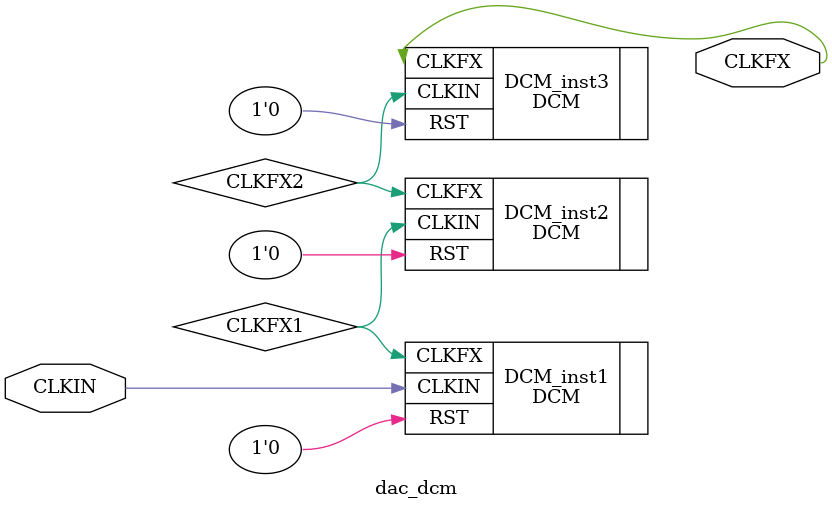
<source format=v>
`timescale 1ns / 1ps
module dac_dcm(
    input CLKIN,
    output CLKFX
    );

   // DCM: Digital Clock Manager Circuit
   //      Spartan-3
   // Xilinx HDL Language Template, version 11.1

   DCM #(
      .SIM_MODE("SAFE"),  // Simulation: "SAFE" vs. "FAST", see "Synthesis and Simulation Design Guide" for details
      .CLKDV_DIVIDE(2.0), // Divide by: 1.5,2.0,2.5,3.0,3.5,4.0,4.5,5.0,5.5,6.0,6.5
                          //   7.0,7.5,8.0,9.0,10.0,11.0,12.0,13.0,14.0,15.0 or 16.0
      .CLKFX_DIVIDE(2),   // Can be any integer from 1 to 32
      .CLKFX_MULTIPLY(19), // Can be any integer from 2 to 32
      .CLKIN_DIVIDE_BY_2("FALSE"), // TRUE/FALSE to enable CLKIN divide by two feature
      .CLKIN_PERIOD(46.560),  // Specify period of input clock
      .CLKOUT_PHASE_SHIFT("NONE"), // Specify phase shift of NONE, FIXED or VARIABLE
      .CLK_FEEDBACK("NONE"),  // Specify clock feedback of NONE, 1X or 2X
      .DESKEW_ADJUST("SYSTEM_SYNCHRONOUS"), // SOURCE_SYNCHRONOUS, SYSTEM_SYNCHRONOUS or
                                            //   an integer from 0 to 15
      .DFS_FREQUENCY_MODE("LOW"),  // HIGH or LOW frequency mode for frequency synthesis
      .DLL_FREQUENCY_MODE("LOW"),  // HIGH or LOW frequency mode for DLL
      .DUTY_CYCLE_CORRECTION("TRUE"), // Duty cycle correction, TRUE or FALSE
      .FACTORY_JF(16'hFFFF),   // FACTORY JF values
//      .LOC("DCM_X0Y0"),
      .PHASE_SHIFT(0),     // Amount of fixed phase shift from -255 to 255
      .STARTUP_WAIT("TRUE")   // Delay configuration DONE until DCM LOCK, TRUE/FALSE
   ) DCM_inst1 (
      .CLKFX(CLKFX1),   // DCM CLK synthesis out (M/D)
      .CLKIN(CLKIN),   // Clock input (from IBUFG, BUFG or DCM)
      .RST(1'b0)        // DCM asynchronous reset input
   );


   DCM #(
      .SIM_MODE("SAFE"),  // Simulation: "SAFE" vs. "FAST", see "Synthesis and Simulation Design Guide" for details
      .CLKDV_DIVIDE(2.0), // Divide by: 1.5,2.0,2.5,3.0,3.5,4.0,4.5,5.0,5.5,6.0,6.5
                          //   7.0,7.5,8.0,9.0,10.0,11.0,12.0,13.0,14.0,15.0 or 16.0
      .CLKFX_DIVIDE(29),   // Can be any integer from 1 to 32
      .CLKFX_MULTIPLY(19), // Can be any integer from 2 to 32
      .CLKIN_DIVIDE_BY_2("FALSE"), // TRUE/FALSE to enable CLKIN divide by two feature
      .CLKIN_PERIOD(4.901),  // Specify period of input clock
      .CLKOUT_PHASE_SHIFT("NONE"), // Specify phase shift of NONE, FIXED or VARIABLE
      .CLK_FEEDBACK("NONE"),  // Specify clock feedback of NONE, 1X or 2X
      .DESKEW_ADJUST("SYSTEM_SYNCHRONOUS"), // SOURCE_SYNCHRONOUS, SYSTEM_SYNCHRONOUS or
                                            //   an integer from 0 to 15
      .DFS_FREQUENCY_MODE("LOW"),  // HIGH or LOW frequency mode for frequency synthesis
      .DLL_FREQUENCY_MODE("LOW"),  // HIGH or LOW frequency mode for DLL
      .DUTY_CYCLE_CORRECTION("TRUE"), // Duty cycle correction, TRUE or FALSE
      .FACTORY_JF(16'hFFFF),   // FACTORY JF values
//      .LOC("DCM_X0Y0"),
      .PHASE_SHIFT(0),     // Amount of fixed phase shift from -255 to 255
      .STARTUP_WAIT("TRUE")   // Delay configuration DONE until DCM LOCK, TRUE/FALSE
   ) DCM_inst2 (
      .CLKFX(CLKFX2),   // DCM CLK synthesis out (M/D)
      .CLKIN(CLKFX1),   // Clock input (from IBUFG, BUFG or DCM)
      .RST(1'b0)        // DCM asynchronous reset input
   );

   DCM #(
      .SIM_MODE("SAFE"),  // Simulation: "SAFE" vs. "FAST", see "Synthesis and Simulation Design Guide" for details
      .CLKDV_DIVIDE(2.0), // Divide by: 1.5,2.0,2.5,3.0,3.5,4.0,4.5,5.0,5.5,6.0,6.5
                          //   7.0,7.5,8.0,9.0,10.0,11.0,12.0,13.0,14.0,15.0 or 16.0
      .CLKFX_DIVIDE(31),   // Can be any integer from 1 to 32
      .CLKFX_MULTIPLY(21), // Can be any integer from 2 to 32
      .CLKIN_DIVIDE_BY_2("FALSE"), // TRUE/FALSE to enable CLKIN divide by two feature
      .CLKIN_PERIOD(7.480),  // Specify period of input clock
      .CLKOUT_PHASE_SHIFT("NONE"), // Specify phase shift of NONE, FIXED or VARIABLE
      .CLK_FEEDBACK("NONE"),  // Specify clock feedback of NONE, 1X or 2X
      .DESKEW_ADJUST("SYSTEM_SYNCHRONOUS"), // SOURCE_SYNCHRONOUS, SYSTEM_SYNCHRONOUS or
                                            //   an integer from 0 to 15
      .DFS_FREQUENCY_MODE("LOW"),  // HIGH or LOW frequency mode for frequency synthesis
      .DLL_FREQUENCY_MODE("LOW"),  // HIGH or LOW frequency mode for DLL
      .DUTY_CYCLE_CORRECTION("TRUE"), // Duty cycle correction, TRUE or FALSE
      .FACTORY_JF(16'hFFFF),   // FACTORY JF values
//      .LOC("DCM_X0Y0"),
      .PHASE_SHIFT(0),     // Amount of fixed phase shift from -255 to 255
      .STARTUP_WAIT("TRUE")   // Delay configuration DONE until DCM LOCK, TRUE/FALSE
   ) DCM_inst3 (
      .CLKFX(CLKFX),   // DCM CLK synthesis out (M/D)
      .CLKIN(CLKFX2),   // Clock input (from IBUFG, BUFG or DCM)
      .RST(1'b0)        // DCM asynchronous reset input
   );

endmodule

</source>
